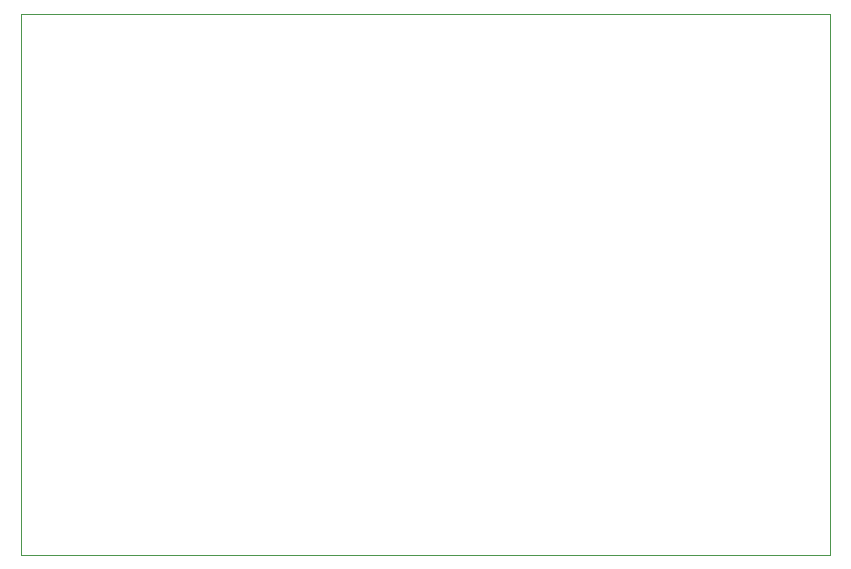
<source format=gbr>
%TF.GenerationSoftware,KiCad,Pcbnew,8.0.4*%
%TF.CreationDate,2024-12-13T14:18:57+03:00*%
%TF.ProjectId,Fara_controller,46617261-5f63-46f6-9e74-726f6c6c6572,rev?*%
%TF.SameCoordinates,Original*%
%TF.FileFunction,Profile,NP*%
%FSLAX46Y46*%
G04 Gerber Fmt 4.6, Leading zero omitted, Abs format (unit mm)*
G04 Created by KiCad (PCBNEW 8.0.4) date 2024-12-13 14:18:57*
%MOMM*%
%LPD*%
G01*
G04 APERTURE LIST*
%TA.AperFunction,Profile*%
%ADD10C,0.050000*%
%TD*%
G04 APERTURE END LIST*
D10*
X39200000Y-15800000D02*
X107750000Y-15800000D01*
X107750000Y-61650000D01*
X39200000Y-61650000D01*
X39200000Y-15800000D01*
M02*

</source>
